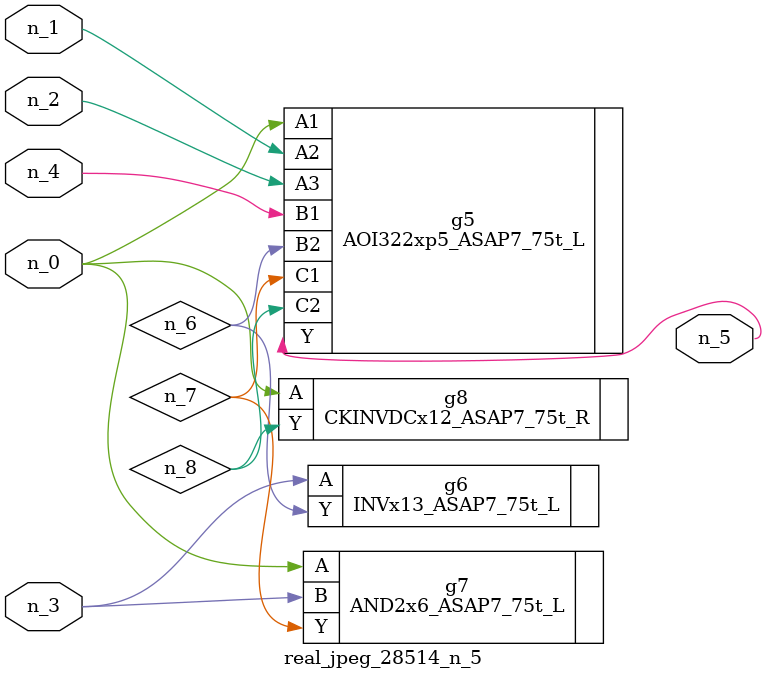
<source format=v>
module real_jpeg_28514_n_5 (n_4, n_0, n_1, n_2, n_3, n_5);

input n_4;
input n_0;
input n_1;
input n_2;
input n_3;

output n_5;

wire n_8;
wire n_6;
wire n_7;

AOI322xp5_ASAP7_75t_L g5 ( 
.A1(n_0),
.A2(n_1),
.A3(n_2),
.B1(n_4),
.B2(n_6),
.C1(n_7),
.C2(n_8),
.Y(n_5)
);

AND2x6_ASAP7_75t_L g7 ( 
.A(n_0),
.B(n_3),
.Y(n_7)
);

CKINVDCx12_ASAP7_75t_R g8 ( 
.A(n_0),
.Y(n_8)
);

INVx13_ASAP7_75t_L g6 ( 
.A(n_3),
.Y(n_6)
);


endmodule
</source>
